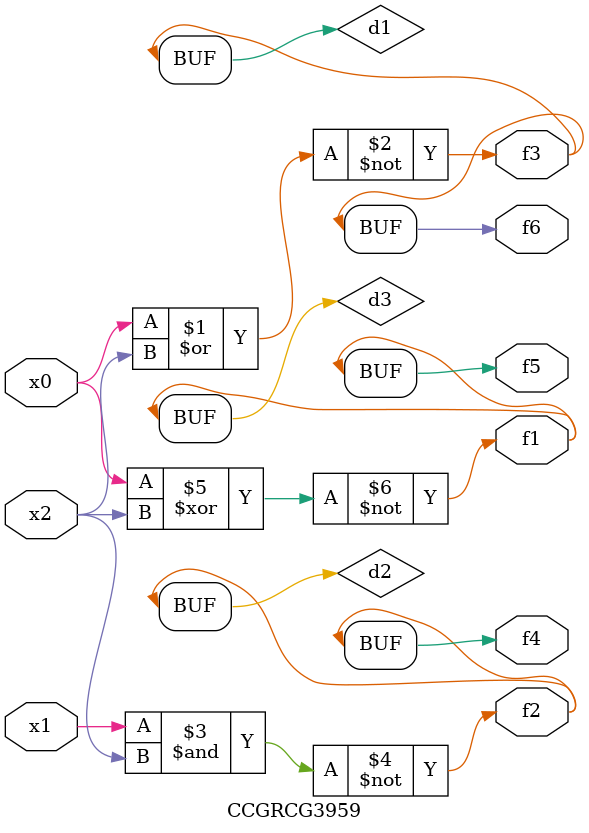
<source format=v>
module CCGRCG3959(
	input x0, x1, x2,
	output f1, f2, f3, f4, f5, f6
);

	wire d1, d2, d3;

	nor (d1, x0, x2);
	nand (d2, x1, x2);
	xnor (d3, x0, x2);
	assign f1 = d3;
	assign f2 = d2;
	assign f3 = d1;
	assign f4 = d2;
	assign f5 = d3;
	assign f6 = d1;
endmodule

</source>
